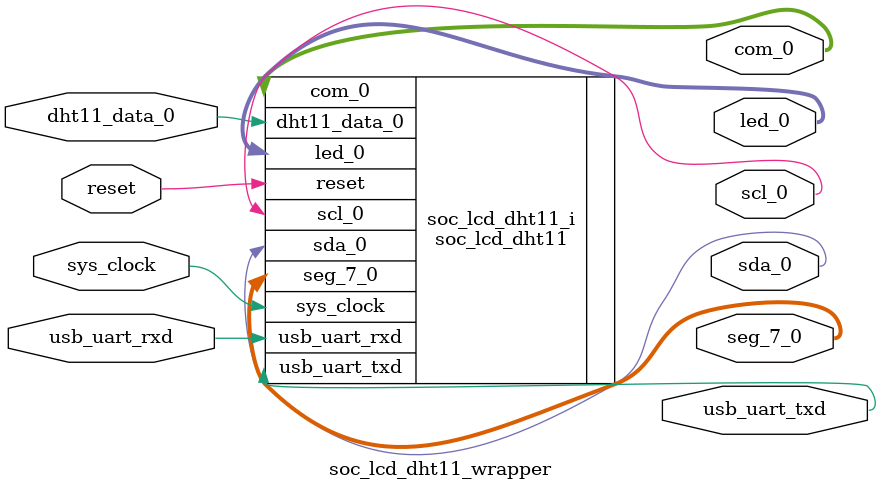
<source format=v>
`timescale 1 ps / 1 ps

module soc_lcd_dht11_wrapper
   (com_0,
    dht11_data_0,
    led_0,
    reset,
    scl_0,
    sda_0,
    seg_7_0,
    sys_clock,
    usb_uart_rxd,
    usb_uart_txd);
  output [3:0]com_0;
  inout dht11_data_0;
  output [15:0]led_0;
  input reset;
  output scl_0;
  output sda_0;
  output [7:0]seg_7_0;
  input sys_clock;
  input usb_uart_rxd;
  output usb_uart_txd;

  wire [3:0]com_0;
  wire dht11_data_0;
  wire [15:0]led_0;
  wire reset;
  wire scl_0;
  wire sda_0;
  wire [7:0]seg_7_0;
  wire sys_clock;
  wire usb_uart_rxd;
  wire usb_uart_txd;

  soc_lcd_dht11 soc_lcd_dht11_i
       (.com_0(com_0),
        .dht11_data_0(dht11_data_0),
        .led_0(led_0),
        .reset(reset),
        .scl_0(scl_0),
        .sda_0(sda_0),
        .seg_7_0(seg_7_0),
        .sys_clock(sys_clock),
        .usb_uart_rxd(usb_uart_rxd),
        .usb_uart_txd(usb_uart_txd));
endmodule

</source>
